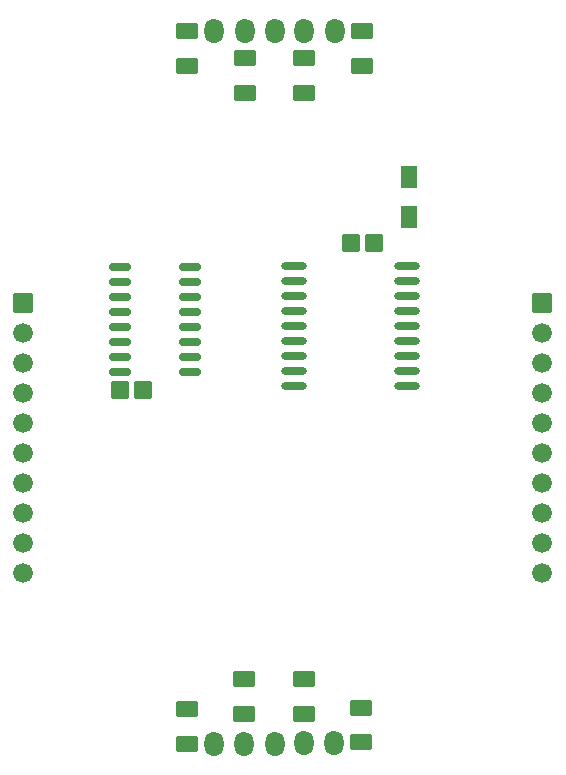
<source format=gts>
G04 Layer: TopSolderMaskLayer*
G04 EasyEDA v6.5.22, 2023-04-22 10:00:47*
G04 3ca0bc53c497470ea30742e0db75a0e9,0997c0c323a540828c61b468e30a80a1,10*
G04 Gerber Generator version 0.2*
G04 Scale: 100 percent, Rotated: No, Reflected: No *
G04 Dimensions in millimeters *
G04 leading zeros omitted , absolute positions ,4 integer and 5 decimal *
%FSLAX45Y45*%
%MOMM*%

%AMMACRO1*1,1,$1,$2,$3*1,1,$1,$4,$5*1,1,$1,0-$2,0-$3*1,1,$1,0-$4,0-$5*20,1,$1,$2,$3,$4,$5,0*20,1,$1,$4,$5,0-$2,0-$3,0*20,1,$1,0-$2,0-$3,0-$4,0-$5,0*20,1,$1,0-$4,0-$5,$2,$3,0*4,1,4,$2,$3,$4,$5,0-$2,0-$3,0-$4,0-$5,$2,$3,0*%
%ADD10C,1.6764*%
%ADD11MACRO1,0.1016X0.7874X0.7874X0.7874X-0.7874*%
%ADD12MACRO1,0.1016X-0.648X0.8788X0.648X0.8788*%
%ADD13MACRO1,0.1016X-0.648X-0.8788X0.648X-0.8788*%
%ADD14MACRO1,0.1016X0.8505X-0.6038X-0.8505X-0.6038*%
%ADD15MACRO1,0.1016X0.8505X0.6038X-0.8505X0.6038*%
%ADD16MACRO1,0.1016X-0.8505X0.6038X0.8505X0.6038*%
%ADD17MACRO1,0.1016X-0.8505X-0.6038X0.8505X-0.6038*%
%ADD18O,1.6256000000000002X2.1015960000000002*%
%ADD19O,1.9015963999999999X0.7015988*%
%ADD20O,2.2015958X0.6615938*%
%ADD21MACRO1,0.1016X0.705X0.675X0.705X-0.675*%
%ADD22MACRO1,0.1016X-0.705X0.675X-0.705X-0.675*%
%ADD23MACRO1,0.1016X-0.705X-0.675X-0.705X0.675*%
%ADD24MACRO1,0.1016X0.705X-0.675X0.705X0.675*%

%LPD*%
D10*
G01*
X850900Y7632700D03*
G01*
X850900Y7886700D03*
G01*
X850900Y8140700D03*
G01*
X850900Y8394700D03*
G01*
X850900Y8648700D03*
G01*
X850900Y8902700D03*
G01*
X850900Y9156700D03*
G01*
X850900Y9410700D03*
G01*
X850900Y9664700D03*
D11*
G01*
X850900Y9918700D03*
D10*
G01*
X5245100Y7632700D03*
G01*
X5245100Y7886700D03*
G01*
X5245100Y8140700D03*
G01*
X5245100Y8394700D03*
G01*
X5245100Y8648700D03*
G01*
X5245100Y8902700D03*
G01*
X5245100Y9156700D03*
G01*
X5245100Y9410700D03*
G01*
X5245100Y9664700D03*
D11*
G01*
X5245100Y9918700D03*
D12*
G01*
X4114800Y10651775D03*
D13*
G01*
X4114800Y10989024D03*
D14*
G01*
X3225800Y11996976D03*
D15*
G01*
X3225800Y11701223D03*
D14*
G01*
X3721100Y12225576D03*
D15*
G01*
X3721100Y11929823D03*
D16*
G01*
X3225800Y6443423D03*
D17*
G01*
X3225800Y6739176D03*
D16*
G01*
X2717800Y6443423D03*
D17*
G01*
X2717800Y6739176D03*
D16*
G01*
X2235200Y6189423D03*
D17*
G01*
X2235200Y6485176D03*
D14*
G01*
X2730500Y11996976D03*
D15*
G01*
X2730500Y11701223D03*
D14*
G01*
X2235200Y12225576D03*
D15*
G01*
X2235200Y11929823D03*
D16*
G01*
X3708400Y6202123D03*
D17*
G01*
X3708400Y6497876D03*
D18*
G01*
X3487927Y12227813D03*
G01*
X3227831Y12228068D03*
G01*
X2977895Y12227813D03*
G01*
X2727959Y12227813D03*
G01*
X2468118Y12227813D03*
G01*
X3477768Y6198107D03*
G01*
X3227831Y6198107D03*
G01*
X2977895Y6188202D03*
G01*
X2718054Y6187947D03*
G01*
X2467863Y6188202D03*
D19*
G01*
X1671320Y10223500D03*
G01*
X1671320Y10096500D03*
G01*
X1671320Y9969500D03*
G01*
X1671320Y9842500D03*
G01*
X1671320Y9715500D03*
G01*
X1671320Y9588500D03*
G01*
X1671320Y9461500D03*
G01*
X1671320Y9334500D03*
G01*
X2265679Y10223500D03*
G01*
X2265679Y10096500D03*
G01*
X2265679Y9969500D03*
G01*
X2265679Y9842500D03*
G01*
X2265679Y9715500D03*
G01*
X2265679Y9588500D03*
G01*
X2265679Y9461500D03*
G01*
X2265679Y9334500D03*
D20*
G01*
X4099509Y9220200D03*
G01*
X4099509Y9347200D03*
G01*
X4099509Y9474200D03*
G01*
X4099509Y9601200D03*
G01*
X4099509Y9728200D03*
G01*
X4099509Y9855200D03*
G01*
X4099509Y9982200D03*
G01*
X4099509Y10109200D03*
G01*
X4099509Y10236200D03*
G01*
X3139490Y9220200D03*
G01*
X3139490Y9347200D03*
G01*
X3139490Y9474200D03*
G01*
X3139490Y9601200D03*
G01*
X3139490Y9728200D03*
G01*
X3139490Y9855200D03*
G01*
X3139490Y9982200D03*
G01*
X3139490Y10109200D03*
G01*
X3139490Y10236200D03*
D21*
G01*
X1665297Y9182100D03*
D22*
G01*
X1865302Y9182100D03*
D23*
G01*
X3821102Y10426700D03*
D24*
G01*
X3621097Y10426700D03*
M02*

</source>
